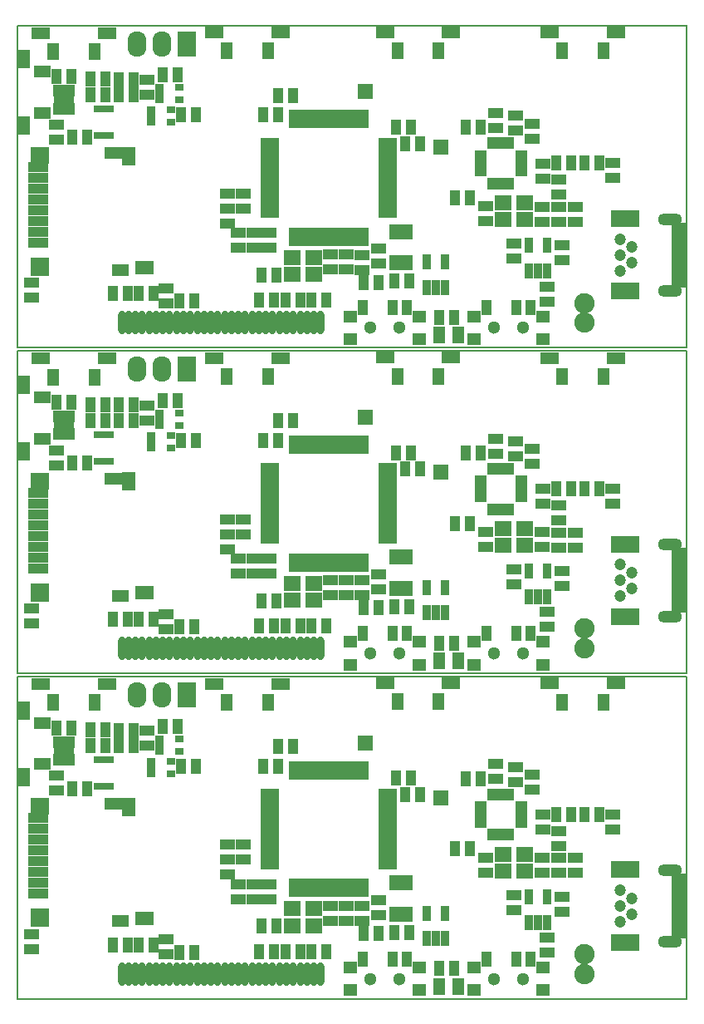
<source format=gbr>
G04 #@! TF.FileFunction,Soldermask,Top*
%FSLAX46Y46*%
G04 Gerber Fmt 4.6, Leading zero omitted, Abs format (unit mm)*
G04 Created by KiCad (PCBNEW 4.0.2+dfsg1-stable) date Wed 16 Mar 2016 07:28:31 PM CET*
%MOMM*%
G01*
G04 APERTURE LIST*
%ADD10C,0.150000*%
%ADD11R,1.100000X1.500000*%
%ADD12R,1.400000X1.200000*%
%ADD13C,1.300000*%
%ADD14R,1.162000X0.654000*%
%ADD15R,0.654000X1.162000*%
%ADD16R,0.700000X1.150000*%
%ADD17R,2.000000X0.850000*%
%ADD18R,2.150000X1.100000*%
%ADD19R,1.900000X1.900000*%
%ADD20R,1.900000X1.700000*%
%ADD21R,1.800000X1.200000*%
%ADD22R,1.950000X1.400000*%
%ADD23R,1.400000X1.850000*%
%ADD24R,1.900000X1.200000*%
%ADD25C,1.200000*%
%ADD26R,2.900000X1.800000*%
%ADD27O,2.450000X1.250000*%
%ADD28R,1.600000X6.600000*%
%ADD29R,1.299160X1.799540*%
%ADD30R,1.289000X1.799540*%
%ADD31R,2.398980X1.598880*%
%ADD32C,2.076400*%
%ADD33R,1.035000X1.543000*%
%ADD34R,1.543000X1.035000*%
%ADD35R,0.669240X1.901140*%
%ADD36R,1.901140X0.648920*%
%ADD37R,1.924000X2.599640*%
%ADD38O,1.924000X2.599640*%
%ADD39R,1.600000X1.600000*%
%ADD40R,1.300000X1.670000*%
%ADD41R,1.850000X1.200000*%
%ADD42R,0.948640X1.598880*%
%ADD43O,0.800000X2.400000*%
%ADD44R,1.799540X1.598880*%
%ADD45R,1.670000X1.300000*%
%ADD46R,1.200000X1.850000*%
%ADD47R,0.908000X0.704800*%
%ADD48R,0.600000X0.800000*%
G04 APERTURE END LIST*
D10*
X166650000Y-162055000D02*
X166650000Y-162155000D01*
X234910000Y-162055000D02*
X166650000Y-162055000D01*
X166650000Y-194880000D02*
X166650000Y-194855000D01*
X234910000Y-194880000D02*
X166650000Y-194880000D01*
X234905000Y-162030000D02*
X234905000Y-194880000D01*
X166650000Y-162080000D02*
X166650000Y-194880000D01*
X166650000Y-128910000D02*
X166650000Y-161710000D01*
X234905000Y-128860000D02*
X234905000Y-161710000D01*
X234910000Y-161710000D02*
X166650000Y-161710000D01*
X166650000Y-161710000D02*
X166650000Y-161685000D01*
X234910000Y-128885000D02*
X166650000Y-128885000D01*
X166650000Y-128885000D02*
X166650000Y-128985000D01*
X166650000Y-95725000D02*
X166650000Y-95825000D01*
X234910000Y-95725000D02*
X166650000Y-95725000D01*
X166650000Y-128550000D02*
X166650000Y-128525000D01*
X234910000Y-128550000D02*
X166650000Y-128550000D01*
X234905000Y-95700000D02*
X234905000Y-128550000D01*
X166650000Y-95750000D02*
X166650000Y-128550000D01*
D11*
X201879920Y-190792920D03*
X204879920Y-190792920D03*
X206379920Y-190792920D03*
D12*
X200629920Y-191692920D03*
X200629920Y-193992920D03*
X207629920Y-191692920D03*
X207629920Y-193992920D03*
D13*
X202629920Y-192842920D03*
X205629920Y-192842920D03*
D11*
X214490080Y-190792920D03*
X217490080Y-190792920D03*
X218990080Y-190792920D03*
D12*
X213240080Y-191692920D03*
X213240080Y-193992920D03*
X220240080Y-191692920D03*
X220240080Y-193992920D03*
D13*
X215240080Y-192842920D03*
X218240080Y-192842920D03*
D14*
X213895220Y-175109240D03*
D15*
X214944240Y-178159780D03*
D14*
X217994780Y-177110760D03*
D15*
X216945760Y-174060220D03*
D14*
X213895220Y-175609620D03*
D15*
X215444620Y-178159780D03*
D14*
X217994780Y-176610380D03*
D15*
X216445380Y-174060220D03*
D14*
X213895220Y-176110000D03*
D15*
X215945000Y-178159780D03*
D14*
X217994780Y-176110000D03*
D15*
X215945000Y-174060220D03*
D14*
X213895220Y-176610380D03*
D15*
X216445380Y-178159780D03*
D14*
X217994780Y-175609620D03*
D15*
X215444620Y-174060220D03*
D14*
X213895220Y-177110760D03*
D15*
X216945760Y-178159780D03*
D14*
X217994780Y-175109240D03*
D15*
X214944240Y-174060220D03*
D16*
X170625000Y-170530000D03*
X171125000Y-170530000D03*
X171625000Y-170530000D03*
X172125000Y-170530000D03*
X172125000Y-168730000D03*
X171625000Y-168730000D03*
X171125000Y-168730000D03*
X170625000Y-168730000D03*
D17*
X171375000Y-169630000D03*
D18*
X168775000Y-176480000D03*
X168775000Y-177580000D03*
X168775000Y-178680000D03*
X168775000Y-179780000D03*
X168775000Y-180880000D03*
X168775000Y-181980000D03*
X168775000Y-183080000D03*
X168775000Y-184180000D03*
D19*
X168900000Y-186630000D03*
D20*
X168900000Y-175280000D03*
D21*
X177150000Y-186980000D03*
D22*
X179575000Y-186680000D03*
D23*
X178000000Y-175355000D03*
D24*
X176500000Y-175030000D03*
D25*
X228100000Y-187030000D03*
X229300000Y-186230000D03*
X228100000Y-185430000D03*
X228100000Y-183830000D03*
D26*
X228650000Y-189130000D03*
D27*
X233150000Y-181780000D03*
D28*
X234100000Y-185430000D03*
D27*
X233150000Y-189080000D03*
D26*
X228650000Y-181730000D03*
D25*
X229300000Y-184630000D03*
D29*
X209660040Y-193610000D03*
D30*
X211559960Y-193610000D03*
D31*
X205740280Y-186236380D03*
X205740280Y-183041060D03*
D32*
X224440000Y-190341780D03*
X224440000Y-192338220D03*
D33*
X191548000Y-187480000D03*
X193072000Y-187480000D03*
D34*
X198597800Y-186927260D03*
X198597800Y-185403260D03*
X189692560Y-180706800D03*
X189692560Y-179182800D03*
X168050000Y-188258000D03*
X168050000Y-189782000D03*
X220640000Y-188628000D03*
X220640000Y-190152000D03*
D33*
X206616580Y-188098200D03*
X205092580Y-188098200D03*
X206218000Y-174080000D03*
X207742000Y-174080000D03*
X194787000Y-169180000D03*
X193263000Y-169180000D03*
D34*
X192306220Y-184730160D03*
X192306220Y-183206160D03*
D33*
X206812000Y-172410000D03*
X205288000Y-172410000D03*
X191668680Y-171181800D03*
X193192680Y-171181800D03*
D34*
X203500000Y-184806360D03*
X203500000Y-186330360D03*
X190751740Y-184730160D03*
X190751740Y-183206160D03*
X200190380Y-185403260D03*
X200190380Y-186927260D03*
D33*
X201930280Y-188209960D03*
X203454280Y-188209960D03*
D34*
X215410000Y-172502000D03*
X215410000Y-170978000D03*
X219100000Y-173562000D03*
X219100000Y-172038000D03*
X222200000Y-184468000D03*
X222200000Y-185992000D03*
D33*
X212388000Y-172440000D03*
X213912000Y-172440000D03*
D34*
X227380000Y-177612000D03*
X227380000Y-176088000D03*
D33*
X225992000Y-176090000D03*
X224468000Y-176090000D03*
D34*
X223525080Y-182067640D03*
X223525080Y-180543640D03*
X214373380Y-182006300D03*
X214373380Y-180482300D03*
X220120000Y-180523000D03*
X220120000Y-182047000D03*
X221869000Y-182054940D03*
X221869000Y-180530940D03*
X181825000Y-190367000D03*
X181825000Y-188843000D03*
D33*
X184662000Y-190130000D03*
X183138000Y-190130000D03*
X176388000Y-189355000D03*
X177912000Y-189355000D03*
X178988000Y-189380000D03*
X180512000Y-189380000D03*
X194005480Y-190059080D03*
X195529480Y-190059080D03*
X198145680Y-190059080D03*
X196621680Y-190059080D03*
D34*
X189194720Y-184720000D03*
X189194720Y-183196000D03*
D35*
X198126080Y-183579480D03*
X197625700Y-183579480D03*
X197125320Y-183579480D03*
X196624940Y-183579480D03*
X196124560Y-183579480D03*
X195624180Y-183579480D03*
X195123800Y-183579480D03*
X194625960Y-183579480D03*
X202124040Y-183579480D03*
X202124040Y-171580520D03*
X194625960Y-171580520D03*
X198623920Y-183579480D03*
X199124300Y-183579480D03*
X199624680Y-183579480D03*
X200125060Y-183579480D03*
X200625440Y-183579480D03*
X201125820Y-183579480D03*
X201626200Y-183579480D03*
X201626200Y-171580520D03*
X201125820Y-171580520D03*
X200625440Y-171580520D03*
X200125060Y-171580520D03*
X199624680Y-171580520D03*
X199124300Y-171580520D03*
X198623920Y-171580520D03*
X198126080Y-171580520D03*
X197625700Y-171580520D03*
X197125320Y-171580520D03*
X196624940Y-171580520D03*
X196124560Y-171580520D03*
X195624180Y-171580520D03*
X195123800Y-171580520D03*
D36*
X192375520Y-181329040D03*
X192375520Y-180831200D03*
X192375520Y-180330820D03*
X192375520Y-179830440D03*
X192375520Y-179330060D03*
X192375520Y-178829680D03*
X192375520Y-177331080D03*
X192375520Y-176330320D03*
X192375520Y-175829940D03*
X192375520Y-178329300D03*
X192375520Y-177828920D03*
X192375520Y-176830700D03*
X192375520Y-175329560D03*
X192375520Y-174829180D03*
X192375520Y-174328800D03*
X192375520Y-173830960D03*
X204374480Y-181329040D03*
X204374480Y-180831200D03*
X204374480Y-180330820D03*
X204374480Y-179830440D03*
X204374480Y-179330060D03*
X204374480Y-178829680D03*
X204374480Y-178329300D03*
X204374480Y-177828920D03*
X204374480Y-177331080D03*
X204374480Y-176830700D03*
X204374480Y-176330320D03*
X204374480Y-175829940D03*
X204374480Y-175329560D03*
X204374480Y-174829180D03*
X204374480Y-174328800D03*
X204374480Y-173830960D03*
D34*
X188100000Y-180705000D03*
X188100000Y-179181000D03*
X188100000Y-182229000D03*
D37*
X183890000Y-163905000D03*
D38*
X181350000Y-163905000D03*
X178810000Y-163905000D03*
D34*
X201808360Y-186934880D03*
X201808360Y-185410880D03*
D33*
X223142000Y-176090000D03*
X221618000Y-176090000D03*
D34*
X220230000Y-177622000D03*
X220230000Y-176098000D03*
X221870000Y-177788000D03*
X221870000Y-179312000D03*
D39*
X209780000Y-174430000D03*
X202100000Y-168790000D03*
D33*
X211192000Y-191790000D03*
X209668000Y-191790000D03*
D34*
X217250000Y-184298000D03*
X217250000Y-185822000D03*
X217410000Y-171248000D03*
X217410000Y-172772000D03*
D33*
X191302920Y-190059080D03*
X192826920Y-190059080D03*
D40*
X170275000Y-164715000D03*
X174475000Y-164715000D03*
D41*
X169000000Y-162830000D03*
X175751000Y-162830000D03*
D40*
X187980000Y-164665000D03*
X192180000Y-164665000D03*
D41*
X186705000Y-162780000D03*
X193456000Y-162780000D03*
D40*
X205400000Y-164615000D03*
X209600000Y-164615000D03*
D41*
X204125000Y-162730000D03*
X210876000Y-162730000D03*
D40*
X222200000Y-164645000D03*
X226400000Y-164645000D03*
D41*
X220925000Y-162760000D03*
X227676000Y-162760000D03*
D42*
X208386680Y-188735140D03*
X209336640Y-188735140D03*
X210286600Y-188735140D03*
X210286600Y-186139260D03*
X208386680Y-186139260D03*
X218760040Y-187067940D03*
X219710000Y-187067940D03*
X220659960Y-187067940D03*
X220659960Y-184472060D03*
X218760040Y-184472060D03*
D43*
X177275000Y-192330000D03*
X177975000Y-192330000D03*
X178675000Y-192330000D03*
X179375000Y-192330000D03*
X180075000Y-192330000D03*
X180775000Y-192330000D03*
X181475000Y-192330000D03*
X182175000Y-192330000D03*
X182875000Y-192330000D03*
X183575000Y-192330000D03*
X184275000Y-192330000D03*
X184975000Y-192330000D03*
X185675000Y-192330000D03*
X186375000Y-192330000D03*
X187075000Y-192330000D03*
X187775000Y-192330000D03*
X188475000Y-192330000D03*
X189175000Y-192330000D03*
X189875000Y-192330000D03*
X190575000Y-192330000D03*
X191275000Y-192330000D03*
X191975000Y-192330000D03*
X192675000Y-192330000D03*
X193375000Y-192330000D03*
X194075000Y-192330000D03*
X194775000Y-192330000D03*
X195475000Y-192330000D03*
X196175000Y-192330000D03*
X196875000Y-192330000D03*
X197575000Y-192330000D03*
D44*
X196875680Y-187407320D03*
X194676040Y-187407320D03*
X196875680Y-185705520D03*
X194676040Y-185705520D03*
X218344820Y-181835900D03*
X216145180Y-181835900D03*
X218344820Y-180134100D03*
X216145180Y-180134100D03*
D45*
X169185000Y-170980000D03*
X169185000Y-166780000D03*
D46*
X167300000Y-172255000D03*
X167300000Y-165504000D03*
D33*
X176938000Y-167555000D03*
X178462000Y-167555000D03*
X183288000Y-171155000D03*
X184812000Y-171155000D03*
D34*
X179825000Y-169117000D03*
X179825000Y-167593000D03*
D33*
X175612000Y-167505000D03*
X174088000Y-167505000D03*
X176938000Y-169105000D03*
X178462000Y-169105000D03*
X172238000Y-173455000D03*
X173762000Y-173455000D03*
D34*
X170610000Y-172148000D03*
X170610000Y-173672000D03*
D33*
X170588000Y-167280000D03*
X172112000Y-167280000D03*
X174088000Y-169105000D03*
X175612000Y-169105000D03*
X182962000Y-167105000D03*
X181438000Y-167105000D03*
D47*
X180284000Y-170645000D03*
X180284000Y-171915000D03*
X182316000Y-170645000D03*
X180284000Y-171280000D03*
X182316000Y-171915000D03*
D48*
X174725000Y-173255000D03*
X175225000Y-173255000D03*
X175725000Y-173255000D03*
X176225000Y-173255000D03*
X174725000Y-170555000D03*
X175225000Y-170555000D03*
X175725000Y-170555000D03*
X176225000Y-170555000D03*
D47*
X181109000Y-168370000D03*
X181109000Y-169640000D03*
X183141000Y-168370000D03*
X181109000Y-169005000D03*
X183141000Y-169640000D03*
D33*
X212788500Y-179601300D03*
X211264500Y-179601300D03*
X212788500Y-146431300D03*
X211264500Y-146431300D03*
D47*
X181109000Y-135200000D03*
X181109000Y-136470000D03*
X183141000Y-135200000D03*
X181109000Y-135835000D03*
X183141000Y-136470000D03*
D48*
X174725000Y-140085000D03*
X175225000Y-140085000D03*
X175725000Y-140085000D03*
X176225000Y-140085000D03*
X174725000Y-137385000D03*
X175225000Y-137385000D03*
X175725000Y-137385000D03*
X176225000Y-137385000D03*
D47*
X180284000Y-137475000D03*
X180284000Y-138745000D03*
X182316000Y-137475000D03*
X180284000Y-138110000D03*
X182316000Y-138745000D03*
D33*
X182962000Y-133935000D03*
X181438000Y-133935000D03*
X174088000Y-135935000D03*
X175612000Y-135935000D03*
X170588000Y-134110000D03*
X172112000Y-134110000D03*
D34*
X170610000Y-138978000D03*
X170610000Y-140502000D03*
D33*
X172238000Y-140285000D03*
X173762000Y-140285000D03*
X176938000Y-135935000D03*
X178462000Y-135935000D03*
X175612000Y-134335000D03*
X174088000Y-134335000D03*
D34*
X179825000Y-135947000D03*
X179825000Y-134423000D03*
D33*
X183288000Y-137985000D03*
X184812000Y-137985000D03*
X176938000Y-134385000D03*
X178462000Y-134385000D03*
D45*
X169185000Y-137810000D03*
X169185000Y-133610000D03*
D46*
X167300000Y-139085000D03*
X167300000Y-132334000D03*
D44*
X218344820Y-148665900D03*
X216145180Y-148665900D03*
X218344820Y-146964100D03*
X216145180Y-146964100D03*
X196875680Y-154237320D03*
X194676040Y-154237320D03*
X196875680Y-152535520D03*
X194676040Y-152535520D03*
D43*
X177275000Y-159160000D03*
X177975000Y-159160000D03*
X178675000Y-159160000D03*
X179375000Y-159160000D03*
X180075000Y-159160000D03*
X180775000Y-159160000D03*
X181475000Y-159160000D03*
X182175000Y-159160000D03*
X182875000Y-159160000D03*
X183575000Y-159160000D03*
X184275000Y-159160000D03*
X184975000Y-159160000D03*
X185675000Y-159160000D03*
X186375000Y-159160000D03*
X187075000Y-159160000D03*
X187775000Y-159160000D03*
X188475000Y-159160000D03*
X189175000Y-159160000D03*
X189875000Y-159160000D03*
X190575000Y-159160000D03*
X191275000Y-159160000D03*
X191975000Y-159160000D03*
X192675000Y-159160000D03*
X193375000Y-159160000D03*
X194075000Y-159160000D03*
X194775000Y-159160000D03*
X195475000Y-159160000D03*
X196175000Y-159160000D03*
X196875000Y-159160000D03*
X197575000Y-159160000D03*
D42*
X218760040Y-153897940D03*
X219710000Y-153897940D03*
X220659960Y-153897940D03*
X220659960Y-151302060D03*
X218760040Y-151302060D03*
X208386680Y-155565140D03*
X209336640Y-155565140D03*
X210286600Y-155565140D03*
X210286600Y-152969260D03*
X208386680Y-152969260D03*
D40*
X222200000Y-131475000D03*
X226400000Y-131475000D03*
D41*
X220925000Y-129590000D03*
X227676000Y-129590000D03*
D40*
X205400000Y-131445000D03*
X209600000Y-131445000D03*
D41*
X204125000Y-129560000D03*
X210876000Y-129560000D03*
D40*
X187980000Y-131495000D03*
X192180000Y-131495000D03*
D41*
X186705000Y-129610000D03*
X193456000Y-129610000D03*
D40*
X170275000Y-131545000D03*
X174475000Y-131545000D03*
D41*
X169000000Y-129660000D03*
X175751000Y-129660000D03*
D33*
X191302920Y-156889080D03*
X192826920Y-156889080D03*
D34*
X217410000Y-138078000D03*
X217410000Y-139602000D03*
X217250000Y-151128000D03*
X217250000Y-152652000D03*
D33*
X211192000Y-158620000D03*
X209668000Y-158620000D03*
D39*
X202100000Y-135620000D03*
X209780000Y-141260000D03*
D34*
X221870000Y-144618000D03*
X221870000Y-146142000D03*
X220230000Y-144452000D03*
X220230000Y-142928000D03*
D33*
X223142000Y-142920000D03*
X221618000Y-142920000D03*
D34*
X201808360Y-153764880D03*
X201808360Y-152240880D03*
D37*
X183890000Y-130735000D03*
D38*
X181350000Y-130735000D03*
X178810000Y-130735000D03*
D34*
X188100000Y-147535000D03*
X188100000Y-146011000D03*
X188100000Y-149059000D03*
D35*
X198126080Y-150409480D03*
X197625700Y-150409480D03*
X197125320Y-150409480D03*
X196624940Y-150409480D03*
X196124560Y-150409480D03*
X195624180Y-150409480D03*
X195123800Y-150409480D03*
X194625960Y-150409480D03*
X202124040Y-150409480D03*
X202124040Y-138410520D03*
X194625960Y-138410520D03*
X198623920Y-150409480D03*
X199124300Y-150409480D03*
X199624680Y-150409480D03*
X200125060Y-150409480D03*
X200625440Y-150409480D03*
X201125820Y-150409480D03*
X201626200Y-150409480D03*
X201626200Y-138410520D03*
X201125820Y-138410520D03*
X200625440Y-138410520D03*
X200125060Y-138410520D03*
X199624680Y-138410520D03*
X199124300Y-138410520D03*
X198623920Y-138410520D03*
X198126080Y-138410520D03*
X197625700Y-138410520D03*
X197125320Y-138410520D03*
X196624940Y-138410520D03*
X196124560Y-138410520D03*
X195624180Y-138410520D03*
X195123800Y-138410520D03*
D36*
X192375520Y-148159040D03*
X192375520Y-147661200D03*
X192375520Y-147160820D03*
X192375520Y-146660440D03*
X192375520Y-146160060D03*
X192375520Y-145659680D03*
X192375520Y-144161080D03*
X192375520Y-143160320D03*
X192375520Y-142659940D03*
X192375520Y-145159300D03*
X192375520Y-144658920D03*
X192375520Y-143660700D03*
X192375520Y-142159560D03*
X192375520Y-141659180D03*
X192375520Y-141158800D03*
X192375520Y-140660960D03*
X204374480Y-148159040D03*
X204374480Y-147661200D03*
X204374480Y-147160820D03*
X204374480Y-146660440D03*
X204374480Y-146160060D03*
X204374480Y-145659680D03*
X204374480Y-145159300D03*
X204374480Y-144658920D03*
X204374480Y-144161080D03*
X204374480Y-143660700D03*
X204374480Y-143160320D03*
X204374480Y-142659940D03*
X204374480Y-142159560D03*
X204374480Y-141659180D03*
X204374480Y-141158800D03*
X204374480Y-140660960D03*
D34*
X189194720Y-151550000D03*
X189194720Y-150026000D03*
D33*
X198145680Y-156889080D03*
X196621680Y-156889080D03*
X194005480Y-156889080D03*
X195529480Y-156889080D03*
X178988000Y-156210000D03*
X180512000Y-156210000D03*
X176388000Y-156185000D03*
X177912000Y-156185000D03*
X184662000Y-156960000D03*
X183138000Y-156960000D03*
D34*
X181825000Y-157197000D03*
X181825000Y-155673000D03*
X221869000Y-148884940D03*
X221869000Y-147360940D03*
X220120000Y-147353000D03*
X220120000Y-148877000D03*
X214373380Y-148836300D03*
X214373380Y-147312300D03*
X223525080Y-148897640D03*
X223525080Y-147373640D03*
D33*
X225992000Y-142920000D03*
X224468000Y-142920000D03*
D34*
X227380000Y-144442000D03*
X227380000Y-142918000D03*
D33*
X212388000Y-139270000D03*
X213912000Y-139270000D03*
D34*
X222200000Y-151298000D03*
X222200000Y-152822000D03*
X219100000Y-140392000D03*
X219100000Y-138868000D03*
X215410000Y-139332000D03*
X215410000Y-137808000D03*
D33*
X201930280Y-155039960D03*
X203454280Y-155039960D03*
D34*
X200190380Y-152233260D03*
X200190380Y-153757260D03*
X190751740Y-151560160D03*
X190751740Y-150036160D03*
X203500000Y-151636360D03*
X203500000Y-153160360D03*
D33*
X191668680Y-138011800D03*
X193192680Y-138011800D03*
X206812000Y-139240000D03*
X205288000Y-139240000D03*
D34*
X192306220Y-151560160D03*
X192306220Y-150036160D03*
D33*
X194787000Y-136010000D03*
X193263000Y-136010000D03*
X206218000Y-140910000D03*
X207742000Y-140910000D03*
X206616580Y-154928200D03*
X205092580Y-154928200D03*
D34*
X220640000Y-155458000D03*
X220640000Y-156982000D03*
X168050000Y-155088000D03*
X168050000Y-156612000D03*
X189692560Y-147536800D03*
X189692560Y-146012800D03*
X198597800Y-153757260D03*
X198597800Y-152233260D03*
D33*
X191548000Y-154310000D03*
X193072000Y-154310000D03*
D32*
X224440000Y-157171780D03*
X224440000Y-159168220D03*
D31*
X205740280Y-153066380D03*
X205740280Y-149871060D03*
D29*
X209660040Y-160440000D03*
D30*
X211559960Y-160440000D03*
D25*
X228100000Y-153860000D03*
X229300000Y-153060000D03*
X228100000Y-152260000D03*
X228100000Y-150660000D03*
D26*
X228650000Y-155960000D03*
D27*
X233150000Y-148610000D03*
D28*
X234100000Y-152260000D03*
D27*
X233150000Y-155910000D03*
D26*
X228650000Y-148560000D03*
D25*
X229300000Y-151460000D03*
D18*
X168775000Y-143310000D03*
X168775000Y-144410000D03*
X168775000Y-145510000D03*
X168775000Y-146610000D03*
X168775000Y-147710000D03*
X168775000Y-148810000D03*
X168775000Y-149910000D03*
X168775000Y-151010000D03*
D19*
X168900000Y-153460000D03*
D20*
X168900000Y-142110000D03*
D21*
X177150000Y-153810000D03*
D22*
X179575000Y-153510000D03*
D23*
X178000000Y-142185000D03*
D24*
X176500000Y-141860000D03*
D16*
X170625000Y-137360000D03*
X171125000Y-137360000D03*
X171625000Y-137360000D03*
X172125000Y-137360000D03*
X172125000Y-135560000D03*
X171625000Y-135560000D03*
X171125000Y-135560000D03*
X170625000Y-135560000D03*
D17*
X171375000Y-136460000D03*
D14*
X213895220Y-141939240D03*
D15*
X214944240Y-144989780D03*
D14*
X217994780Y-143940760D03*
D15*
X216945760Y-140890220D03*
D14*
X213895220Y-142439620D03*
D15*
X215444620Y-144989780D03*
D14*
X217994780Y-143440380D03*
D15*
X216445380Y-140890220D03*
D14*
X213895220Y-142940000D03*
D15*
X215945000Y-144989780D03*
D14*
X217994780Y-142940000D03*
D15*
X215945000Y-140890220D03*
D14*
X213895220Y-143440380D03*
D15*
X216445380Y-144989780D03*
D14*
X217994780Y-142439620D03*
D15*
X215444620Y-140890220D03*
D14*
X213895220Y-143940760D03*
D15*
X216945760Y-144989780D03*
D14*
X217994780Y-141939240D03*
D15*
X214944240Y-140890220D03*
D11*
X214490080Y-157622920D03*
X217490080Y-157622920D03*
X218990080Y-157622920D03*
D12*
X213240080Y-158522920D03*
X213240080Y-160822920D03*
X220240080Y-158522920D03*
X220240080Y-160822920D03*
D13*
X215240080Y-159672920D03*
X218240080Y-159672920D03*
D11*
X201879920Y-157622920D03*
X204879920Y-157622920D03*
X206379920Y-157622920D03*
D12*
X200629920Y-158522920D03*
X200629920Y-160822920D03*
X207629920Y-158522920D03*
X207629920Y-160822920D03*
D13*
X202629920Y-159672920D03*
X205629920Y-159672920D03*
D11*
X201879920Y-124462920D03*
X204879920Y-124462920D03*
X206379920Y-124462920D03*
D12*
X200629920Y-125362920D03*
X200629920Y-127662920D03*
X207629920Y-125362920D03*
X207629920Y-127662920D03*
D13*
X202629920Y-126512920D03*
X205629920Y-126512920D03*
D11*
X214490080Y-124462920D03*
X217490080Y-124462920D03*
X218990080Y-124462920D03*
D12*
X213240080Y-125362920D03*
X213240080Y-127662920D03*
X220240080Y-125362920D03*
X220240080Y-127662920D03*
D13*
X215240080Y-126512920D03*
X218240080Y-126512920D03*
D14*
X213895220Y-108779240D03*
D15*
X214944240Y-111829780D03*
D14*
X217994780Y-110780760D03*
D15*
X216945760Y-107730220D03*
D14*
X213895220Y-109279620D03*
D15*
X215444620Y-111829780D03*
D14*
X217994780Y-110280380D03*
D15*
X216445380Y-107730220D03*
D14*
X213895220Y-109780000D03*
D15*
X215945000Y-111829780D03*
D14*
X217994780Y-109780000D03*
D15*
X215945000Y-107730220D03*
D14*
X213895220Y-110280380D03*
D15*
X216445380Y-111829780D03*
D14*
X217994780Y-109279620D03*
D15*
X215444620Y-107730220D03*
D14*
X213895220Y-110780760D03*
D15*
X216945760Y-111829780D03*
D14*
X217994780Y-108779240D03*
D15*
X214944240Y-107730220D03*
D16*
X170625000Y-104200000D03*
X171125000Y-104200000D03*
X171625000Y-104200000D03*
X172125000Y-104200000D03*
X172125000Y-102400000D03*
X171625000Y-102400000D03*
X171125000Y-102400000D03*
X170625000Y-102400000D03*
D17*
X171375000Y-103300000D03*
D18*
X168775000Y-110150000D03*
X168775000Y-111250000D03*
X168775000Y-112350000D03*
X168775000Y-113450000D03*
X168775000Y-114550000D03*
X168775000Y-115650000D03*
X168775000Y-116750000D03*
X168775000Y-117850000D03*
D19*
X168900000Y-120300000D03*
D20*
X168900000Y-108950000D03*
D21*
X177150000Y-120650000D03*
D22*
X179575000Y-120350000D03*
D23*
X178000000Y-109025000D03*
D24*
X176500000Y-108700000D03*
D25*
X228100000Y-120700000D03*
X229300000Y-119900000D03*
X228100000Y-119100000D03*
X228100000Y-117500000D03*
D26*
X228650000Y-122800000D03*
D27*
X233150000Y-115450000D03*
D28*
X234100000Y-119100000D03*
D27*
X233150000Y-122750000D03*
D26*
X228650000Y-115400000D03*
D25*
X229300000Y-118300000D03*
D29*
X209660040Y-127280000D03*
D30*
X211559960Y-127280000D03*
D31*
X205740280Y-119906380D03*
X205740280Y-116711060D03*
D32*
X224440000Y-124011780D03*
X224440000Y-126008220D03*
D33*
X191548000Y-121150000D03*
X193072000Y-121150000D03*
D34*
X198597800Y-120597260D03*
X198597800Y-119073260D03*
X189692560Y-114376800D03*
X189692560Y-112852800D03*
X168050000Y-121928000D03*
X168050000Y-123452000D03*
X220640000Y-122298000D03*
X220640000Y-123822000D03*
D33*
X206616580Y-121768200D03*
X205092580Y-121768200D03*
X206218000Y-107750000D03*
X207742000Y-107750000D03*
X194787000Y-102850000D03*
X193263000Y-102850000D03*
D34*
X192306220Y-118400160D03*
X192306220Y-116876160D03*
D33*
X206812000Y-106080000D03*
X205288000Y-106080000D03*
X191668680Y-104851800D03*
X193192680Y-104851800D03*
D34*
X203500000Y-118476360D03*
X203500000Y-120000360D03*
X190751740Y-118400160D03*
X190751740Y-116876160D03*
X200190380Y-119073260D03*
X200190380Y-120597260D03*
D33*
X201930280Y-121879960D03*
X203454280Y-121879960D03*
D34*
X215410000Y-106172000D03*
X215410000Y-104648000D03*
X219100000Y-107232000D03*
X219100000Y-105708000D03*
X222200000Y-118138000D03*
X222200000Y-119662000D03*
D33*
X212388000Y-106110000D03*
X213912000Y-106110000D03*
D34*
X227380000Y-111282000D03*
X227380000Y-109758000D03*
D33*
X225992000Y-109760000D03*
X224468000Y-109760000D03*
D34*
X223525080Y-115737640D03*
X223525080Y-114213640D03*
X214373380Y-115676300D03*
X214373380Y-114152300D03*
X220120000Y-114193000D03*
X220120000Y-115717000D03*
X221869000Y-115724940D03*
X221869000Y-114200940D03*
X181825000Y-124037000D03*
X181825000Y-122513000D03*
D33*
X184662000Y-123800000D03*
X183138000Y-123800000D03*
X176388000Y-123025000D03*
X177912000Y-123025000D03*
X178988000Y-123050000D03*
X180512000Y-123050000D03*
X194005480Y-123729080D03*
X195529480Y-123729080D03*
X198145680Y-123729080D03*
X196621680Y-123729080D03*
D34*
X189194720Y-118390000D03*
X189194720Y-116866000D03*
D35*
X198126080Y-117249480D03*
X197625700Y-117249480D03*
X197125320Y-117249480D03*
X196624940Y-117249480D03*
X196124560Y-117249480D03*
X195624180Y-117249480D03*
X195123800Y-117249480D03*
X194625960Y-117249480D03*
X202124040Y-117249480D03*
X202124040Y-105250520D03*
X194625960Y-105250520D03*
X198623920Y-117249480D03*
X199124300Y-117249480D03*
X199624680Y-117249480D03*
X200125060Y-117249480D03*
X200625440Y-117249480D03*
X201125820Y-117249480D03*
X201626200Y-117249480D03*
X201626200Y-105250520D03*
X201125820Y-105250520D03*
X200625440Y-105250520D03*
X200125060Y-105250520D03*
X199624680Y-105250520D03*
X199124300Y-105250520D03*
X198623920Y-105250520D03*
X198126080Y-105250520D03*
X197625700Y-105250520D03*
X197125320Y-105250520D03*
X196624940Y-105250520D03*
X196124560Y-105250520D03*
X195624180Y-105250520D03*
X195123800Y-105250520D03*
D36*
X192375520Y-114999040D03*
X192375520Y-114501200D03*
X192375520Y-114000820D03*
X192375520Y-113500440D03*
X192375520Y-113000060D03*
X192375520Y-112499680D03*
X192375520Y-111001080D03*
X192375520Y-110000320D03*
X192375520Y-109499940D03*
X192375520Y-111999300D03*
X192375520Y-111498920D03*
X192375520Y-110500700D03*
X192375520Y-108999560D03*
X192375520Y-108499180D03*
X192375520Y-107998800D03*
X192375520Y-107500960D03*
X204374480Y-114999040D03*
X204374480Y-114501200D03*
X204374480Y-114000820D03*
X204374480Y-113500440D03*
X204374480Y-113000060D03*
X204374480Y-112499680D03*
X204374480Y-111999300D03*
X204374480Y-111498920D03*
X204374480Y-111001080D03*
X204374480Y-110500700D03*
X204374480Y-110000320D03*
X204374480Y-109499940D03*
X204374480Y-108999560D03*
X204374480Y-108499180D03*
X204374480Y-107998800D03*
X204374480Y-107500960D03*
D34*
X188100000Y-114375000D03*
X188100000Y-112851000D03*
X188100000Y-115899000D03*
D37*
X183890000Y-97575000D03*
D38*
X181350000Y-97575000D03*
X178810000Y-97575000D03*
D34*
X201808360Y-120604880D03*
X201808360Y-119080880D03*
D33*
X223142000Y-109760000D03*
X221618000Y-109760000D03*
D34*
X220230000Y-111292000D03*
X220230000Y-109768000D03*
X221870000Y-111458000D03*
X221870000Y-112982000D03*
D39*
X209780000Y-108100000D03*
X202100000Y-102460000D03*
D33*
X211192000Y-125460000D03*
X209668000Y-125460000D03*
D34*
X217250000Y-117968000D03*
X217250000Y-119492000D03*
X217410000Y-104918000D03*
X217410000Y-106442000D03*
D33*
X191302920Y-123729080D03*
X192826920Y-123729080D03*
D40*
X170275000Y-98385000D03*
X174475000Y-98385000D03*
D41*
X169000000Y-96500000D03*
X175751000Y-96500000D03*
D40*
X187980000Y-98335000D03*
X192180000Y-98335000D03*
D41*
X186705000Y-96450000D03*
X193456000Y-96450000D03*
D40*
X205400000Y-98285000D03*
X209600000Y-98285000D03*
D41*
X204125000Y-96400000D03*
X210876000Y-96400000D03*
D40*
X222200000Y-98315000D03*
X226400000Y-98315000D03*
D41*
X220925000Y-96430000D03*
X227676000Y-96430000D03*
D42*
X208386680Y-122405140D03*
X209336640Y-122405140D03*
X210286600Y-122405140D03*
X210286600Y-119809260D03*
X208386680Y-119809260D03*
X218760040Y-120737940D03*
X219710000Y-120737940D03*
X220659960Y-120737940D03*
X220659960Y-118142060D03*
X218760040Y-118142060D03*
D43*
X177275000Y-126000000D03*
X177975000Y-126000000D03*
X178675000Y-126000000D03*
X179375000Y-126000000D03*
X180075000Y-126000000D03*
X180775000Y-126000000D03*
X181475000Y-126000000D03*
X182175000Y-126000000D03*
X182875000Y-126000000D03*
X183575000Y-126000000D03*
X184275000Y-126000000D03*
X184975000Y-126000000D03*
X185675000Y-126000000D03*
X186375000Y-126000000D03*
X187075000Y-126000000D03*
X187775000Y-126000000D03*
X188475000Y-126000000D03*
X189175000Y-126000000D03*
X189875000Y-126000000D03*
X190575000Y-126000000D03*
X191275000Y-126000000D03*
X191975000Y-126000000D03*
X192675000Y-126000000D03*
X193375000Y-126000000D03*
X194075000Y-126000000D03*
X194775000Y-126000000D03*
X195475000Y-126000000D03*
X196175000Y-126000000D03*
X196875000Y-126000000D03*
X197575000Y-126000000D03*
D44*
X196875680Y-121077320D03*
X194676040Y-121077320D03*
X196875680Y-119375520D03*
X194676040Y-119375520D03*
X218344820Y-115505900D03*
X216145180Y-115505900D03*
X218344820Y-113804100D03*
X216145180Y-113804100D03*
D45*
X169185000Y-104650000D03*
X169185000Y-100450000D03*
D46*
X167300000Y-105925000D03*
X167300000Y-99174000D03*
D33*
X176938000Y-101225000D03*
X178462000Y-101225000D03*
X183288000Y-104825000D03*
X184812000Y-104825000D03*
D34*
X179825000Y-102787000D03*
X179825000Y-101263000D03*
D33*
X175612000Y-101175000D03*
X174088000Y-101175000D03*
X176938000Y-102775000D03*
X178462000Y-102775000D03*
X172238000Y-107125000D03*
X173762000Y-107125000D03*
D34*
X170610000Y-105818000D03*
X170610000Y-107342000D03*
D33*
X170588000Y-100950000D03*
X172112000Y-100950000D03*
X174088000Y-102775000D03*
X175612000Y-102775000D03*
X182962000Y-100775000D03*
X181438000Y-100775000D03*
D47*
X180284000Y-104315000D03*
X180284000Y-105585000D03*
X182316000Y-104315000D03*
X180284000Y-104950000D03*
X182316000Y-105585000D03*
D48*
X174725000Y-106925000D03*
X175225000Y-106925000D03*
X175725000Y-106925000D03*
X176225000Y-106925000D03*
X174725000Y-104225000D03*
X175225000Y-104225000D03*
X175725000Y-104225000D03*
X176225000Y-104225000D03*
D47*
X181109000Y-102040000D03*
X181109000Y-103310000D03*
X183141000Y-102040000D03*
X181109000Y-102675000D03*
X183141000Y-103310000D03*
D33*
X212788500Y-113271300D03*
X211264500Y-113271300D03*
M02*

</source>
